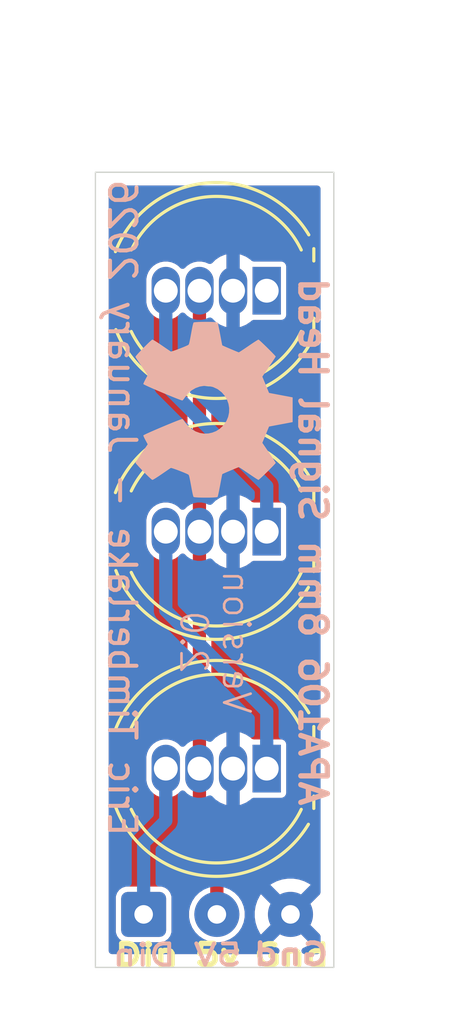
<source format=kicad_pcb>
(kicad_pcb (version 20241229) (generator "pcbnew") (generator_version "9.0")
  (layers (0 "F.Cu" signal) (2 "B.Cu" signal) (13 "F.Paste" user) (15 "B.Paste" user) (5 "F.SilkS" user "F.Silkscreen") (7 "B.SilkS" user "B.Silkscreen") (1 "F.Mask" user) (3 "B.Mask" user) (25 "Edge.Cuts" user))
  (net 0 "")
  (net 1 "+5V")
  (net 2 "GND")
  (net 3 "Net-(D1-DIN)")
  (net 4 "Net-(D1-DOUT)")
  (net 5 "Net-(D2-DOUT)")
  (footprint "Seeed Studio XIAO Series Library:LED_D89.0mm-4_RGB" (layer "F.Cu") (at 153.344612 94.560242 180)
    (property "Reference" "D2" (hide yes))
    (property "Value" "8mm APA106" (hide yes))
    (fp_line (start -1.778 1.1225) (end -1.778 1.5875) (stroke (width 0.12)) (layer "F.SilkS"))
    (fp_line (start -1.778 -1.5025) (end -1.778 -1.0375) (stroke (width 0.12)) (layer "F.SilkS"))
    (fp_arc (start 5.710644 1.474138) (mid 2.258381 4.065849) (end -1.589252 2.108604) (stroke (width 0.12)) (layer "F.SilkS"))
    (fp_arc (start 5.114107 1.537171) (mid 1.905 3.558267) (end -1.304107 1.537171) (stroke (width 0.12)) (layer "F.SilkS"))
    (fp_arc (start -1.304107 -1.537171) (mid 1.905 -3.558267) (end 5.114107 -1.537171) (stroke (width 0.12)) (layer "F.SilkS"))
    (fp_arc (start -1.574546 -2.099727) (mid 2.256892 -4.048736) (end 5.694626 -1.467934) (stroke (width 0.12)) (layer "F.SilkS"))
    (pad "1" thru_hole rect (at 0 0 180) (size 1.07 1.8) (drill 0.9) (layers "*.Cu" "*.Mask") (net 5 "Net-(D2-DOUT)"))
    (pad "2" thru_hole oval (at 1.27 0 180) (size 1.07 1.8) (drill 0.9) (layers "*.Cu" "*.Mask") (net 2 "GND"))
    (pad "3" thru_hole oval (at 2.54 0 180) (size 1.07 1.8) (drill 0.9) (layers "*.Cu" "*.Mask") (net 1 "+5V"))
    (pad "4" thru_hole oval (at 3.81 0 180) (size 1.07 1.8) (drill 0.9) (layers "*.Cu" "*.Mask") (net 4 "Net-(D1-DOUT)"))
  )
  (footprint "Connector_Wire:SolderWire-0.127sqmm_1x03_P3.7mm_D0.48mm_OD1mm" (layer "F.Cu") (at 147.762727 109)
    (property "Reference" "J1" (hide yes))
    (property "Value" "Conn_01x03_Pin" (hide yes))
    (pad "1" thru_hole roundrect (at 0.936 0) (size 1.7 1.7) (drill 0.7) (layers "*.Cu" "*.Mask") (roundrect_rratio 0.147059) (net 3 "Net-(D1-DIN)"))
    (pad "2" thru_hole circle (at 3.7 0) (size 1.7 1.7) (drill 0.7) (layers "*.Cu" "*.Mask") (net 1 "+5V"))
    (pad "3" thru_hole circle (at 6.479069 0) (size 1.7 1.7) (drill 0.7) (layers "*.Cu" "*.Mask") (net 2 "GND"))
  )
  (footprint "Seeed Studio XIAO Series Library:LED_D89.0mm-4_RGB" (layer "F.Cu") (at 153.344612 85.47 180)
    (property "Reference" "D3" (hide yes))
    (property "Value" "8mm APA106" (hide yes))
    (fp_line (start -1.778 1.1225) (end -1.778 1.5875) (stroke (width 0.12)) (layer "F.SilkS"))
    (fp_line (start -1.778 -1.5025) (end -1.778 -1.0375) (stroke (width 0.12)) (layer "F.SilkS"))
    (fp_arc (start 5.710644 1.474138) (mid 2.258381 4.065849) (end -1.589252 2.108604) (stroke (width 0.12)) (layer "F.SilkS"))
    (fp_arc (start 5.114107 1.537171) (mid 1.905 3.558267) (end -1.304107 1.537171) (stroke (width 0.12)) (layer "F.SilkS"))
    (fp_arc (start -1.304107 -1.537171) (mid 1.905 -3.558267) (end 5.114107 -1.537171) (stroke (width 0.12)) (layer "F.SilkS"))
    (fp_arc (start -1.574546 -2.099727) (mid 2.256892 -4.048736) (end 5.694626 -1.467934) (stroke (width 0.12)) (layer "F.SilkS"))
    (pad "1" thru_hole rect (at 0 0 180) (size 1.07 1.8) (drill 0.9) (layers "*.Cu" "*.Mask"))
    (pad "2" thru_hole oval (at 1.27 0 180) (size 1.07 1.8) (drill 0.9) (layers "*.Cu" "*.Mask") (net 2 "GND"))
    (pad "3" thru_hole oval (at 2.54 0 180) (size 1.07 1.8) (drill 0.9) (layers "*.Cu" "*.Mask") (net 1 "+5V"))
    (pad "4" thru_hole oval (at 3.81 0 180) (size 1.07 1.8) (drill 0.9) (layers "*.Cu" "*.Mask") (net 5 "Net-(D2-DOUT)"))
  )
  (footprint "Seeed Studio XIAO Series Library:LED_D89.0mm-4_RGB" (layer "F.Cu") (at 153.344612 103.5 180)
    (property "Reference" "D1" (hide yes))
    (property "Value" "8mm APA106" (hide yes))
    (fp_line (start -1.778 1.1225) (end -1.778 1.5875) (stroke (width 0.12)) (layer "F.SilkS"))
    (fp_line (start -1.778 -1.5025) (end -1.778 -1.0375) (stroke (width 0.12)) (layer "F.SilkS"))
    (fp_arc (start 5.710644 1.474138) (mid 2.258381 4.065849) (end -1.589252 2.108604) (stroke (width 0.12)) (layer "F.SilkS"))
    (fp_arc (start 5.114107 1.537171) (mid 1.905 3.558267) (end -1.304107 1.537171) (stroke (width 0.12)) (layer "F.SilkS"))
    (fp_arc (start -1.304107 -1.537171) (mid 1.905 -3.558267) (end 5.114107 -1.537171) (stroke (width 0.12)) (layer "F.SilkS"))
    (fp_arc (start -1.574546 -2.099727) (mid 2.256892 -4.048736) (end 5.694626 -1.467934) (stroke (width 0.12)) (layer "F.SilkS"))
    (pad "1" thru_hole rect (at 0 0 180) (size 1.07 1.8) (drill 0.9) (layers "*.Cu" "*.Mask") (net 4 "Net-(D1-DOUT)"))
    (pad "2" thru_hole oval (at 1.27 0 180) (size 1.07 1.8) (drill 0.9) (layers "*.Cu" "*.Mask") (net 2 "GND"))
    (pad "3" thru_hole oval (at 2.54 0 180) (size 1.07 1.8) (drill 0.9) (layers "*.Cu" "*.Mask") (net 1 "+5V"))
    (pad "4" thru_hole oval (at 3.81 0 180) (size 1.07 1.8) (drill 0.9) (layers "*.Cu" "*.Mask") (net 3 "Net-(D1-DIN)"))
  )
  (footprint "Symbol:OSHW-Symbol_6.7x6mm_SilkScreen" (layer "B.Cu") (at 151.342816 89.969534 90)
    (property "Reference" "REF**" (hide yes))
    (property "Value" "OSHW-Symbol_6.7x6mm_SilkScreen" (hide yes))
    (fp_poly (pts (xy 0.555814 2.531069) (xy 0.639635 2.086445) (xy 0.94892 1.958947) (xy 1.258206 1.831449) (xy 1.629246 2.083754) (xy 1.733157 2.154004) (xy 1.827087 2.216728) (xy 1.906652 2.269062) (xy 1.96747 2.308143) (xy 2.005157 2.331107) (xy 2.015421 2.336058) (xy 2.03391 2.323324) (xy 2.07342 2.288118) (xy 2.129522 2.234938) (xy 2.197787 2.168282) (xy 2.273786 2.092646) (xy 2.353092 2.012528) (xy 2.431275 1.932426) (xy 2.503907 1.856836) (xy 2.566559 1.790255) (xy 2.614803 1.737182) (xy 2.64421 1.702113) (xy 2.651241 1.690377) (xy 2.641123 1.66874) (xy 2.612759 1.621338) (xy 2.569129 1.552807) (xy 2.513218 1.467785) (xy 2.448006 1.370907) (xy 2.410219 1.31565) (xy 2.341343 1.214752) (xy 2.28014 1.123701) (xy 2.229578 1.04703) (xy 2.192628 0.989272) (xy 2.172258 0.954957) (xy 2.169197 0.947746) (xy 2.176136 0.927252) (xy 2.195051 0.879487) (xy 2.223087 0.811168) (xy 2.257391 0.729011) (xy 2.295109 0.63973) (xy 2.333387 0.550042) (xy 2.36937 0.466662) (xy 2.400206 0.396306) (xy 2.423039 0.34569) (xy 2.435017 0.321529) (xy 2.435724 0.320578) (xy 2.454531 0.315964) (xy 2.504618 0.305672) (xy 2.580793 0.290713) (xy 2.677865 0.272099) (xy 2.790643 0.250841) (xy 2.856442 0.238582) (xy 2.97695 0.215638) (xy 3.085797 0.193805) (xy 3.177476 0.174278) (xy 3.246481 0.158252) (xy 3.287304 0.146921) (xy 3.295511 0.143326) (xy 3.303548 0.118994) (xy 3.310033 0.064041) (xy 3.31497 -0.015108) (xy 3.318364 -0.112026) (xy 3.320218 -0.220287) (xy 3.320538 -0.333465) (xy 3.319327 -0.445135) (xy 3.31659 -0.548868) (xy 3.312331 -0.638241) (xy 3.306555 -0.706826) (xy 3.299267 -0.748197) (xy 3.294895 -0.75681) (xy 3.268764 -0.767133) (xy 3.213393 -0.781892) (xy 3.136107 -0.799352) (xy 3.04423 -0.81778) (xy 3.012158 -0.823741) (xy 2.857524 -0.852066) (xy 2.735375 -0.874876) (xy 2.641673 -0.89308) (xy 2.572384 -0.907583) (xy 2.523471 -0.919292) (xy 2.490897 -0.929115) (xy 2.470628 -0.937956) (xy 2.458626 -0.946724) (xy 2.456947 -0.948457) (xy 2.440184 -0.976371) (xy 2.414614 -1.030695) (xy 2.382788 -1.104777) (xy 2.34726 -1.191965) (xy 2.310583 -1.285608) (xy 2.275311 -1.379052) (xy 2.243996 -1.465647) (xy 2.219193 -1.53874) (xy 2.203454 -1.591678) (xy 2.199332 -1.617811) (xy 2.199676 -1.618726) (xy 2.213641 -1.640086) (xy 2.245322 -1.687084) (xy 2.291391 -1.754827) (xy 2.348518 -1.838423) (xy 2.413373 -1.932982) (xy 2.431843 -1.959854) (xy 2.497699 -2.057275) (xy 2.55565 -2.146163) (xy 2.602538 -2.221412) (xy 2.635207 -2.27792) (xy 2.6505 -2.310581) (xy 2.651241 -2.314593) (xy 2.638392 -2.335684) (xy 2.602888 -2.377464) (xy 2.549293 -2.435445) (xy 2.482171 -2.505135) (xy 2.406087 -2.582045) (xy 2.325604 -2.661683) (xy 2.245287 -2.739561) (xy 2.169699 -2.811186) (xy 2.103405 -2.87207) (xy 2.050969 -2.917721) (xy 2.016955 -2.94365) (xy 2.007545 -2.947883) (xy 1.985643 -2.937912) (xy 1.9408 -2.91102) (xy 1.880321 -2.871736) (xy 1.833789 -2.840117) (xy 1.749475 -2.782098) (xy 1.649626 -2.713784) (xy 1.549473 -2.645579) (xy 1.495627 -2.609075) (xy 1.313371 -2.4858) (xy 1.160381 -2.56852) (xy 1.090682 -2.604759) (xy 1.031414 -2.632926) (xy 0.991311 -2.648991) (xy 0.981103 -2.651226) (xy 0.968829 -2.634722) (xy 0.944613 -2.588082) (xy 0.910263 -2.515609) (xy 0.867588 -2.421606) (xy 0.818394 -2.310374) (xy 0.76449 -2.186215) (xy 0.707684 -2.053432) (xy 0.649782 -1.916327) (xy 0.592593 -1.779202) (xy 0.537924 -1.646358) (xy 0.487584 -1.522098) (xy 0.44338 -1.410725) (xy 0.407119 -1.316539) (xy 0.380609 -1.243844) (xy 0.365658 -1.196941) (xy 0.363254 -1.180833) (xy 0.382311 -1.160286) (xy 0.424036 -1.126933) (xy 0.479706 -1.087702) (xy 0.484378 -1.084599) (xy 0.628264 -0.969423) (xy 0.744283 -0.835053) (xy 0.83143 -0.685784) (xy 0.888699 -0.525913) (xy 0.915086 -0.359737) (xy 0.909585 -0.191552) (xy 0.87119 -0.025655) (xy 0.798895 0.133658) (xy 0.777626 0.168513) (xy 0.666996 0.309263) (xy 0.536302 0.422286) (xy 0.390064 0.506997) (xy 0.232808 0.562806) (xy 0.069057 0.589126) (xy -0.096667 0.58537) (xy -0.259838 0.55095) (xy -0.415935 0.485277) (xy -0.560433 0.387765) (xy -0.605131 0.348187) (xy -0.718888 0.224297) (xy -0.801782 0.093876) (xy -0.858644 -0.052315) (xy -0.890313 -0.197088) (xy -0.898131 -0.35986) (xy -0.872062 -0.52344) (xy -0.814755 -0.682298) (xy -0.728856 -0.830906) (xy -0.617014 -0.963735) (xy -0.481877 -1.075256) (xy -0.464117 -1.087011) (xy -0.40785 -1.125508) (xy -0.365077 -1.158863) (xy -0.344628 -1.18016) (xy -0.344331 -1.180833) (xy -0.348721 -1.203871) (xy -0.366124 -1.256157) (xy -0.394732 -1.33339) (xy -0.432735 -1.431268) (xy -0.478326 -1.545491) (xy -0.529697 -1.671758) (xy -0.585038 -1.805767) (xy -0.642542 -1.943218) (xy -0.700399 -2.079808) (xy -0.756802 -2.211237) (xy -0.809942 -2.333205) (xy -0.85801 -2.441409) (xy -0.899199 -2.531549) (xy -0.931699 -2.599323) (xy -0.953703 -2.64043) (xy -0.962564 -2.651226) (xy -0.98964 -2.642819) (xy -1.040303 -2.620272) (xy -1.105817 -2.587613) (xy -1.141841 -2.56852) (xy -1.294832 -2.4858) (xy -1.477088 -2.609075) (xy -1.570125 -2.672228) (xy -1.671985 -2.741727) (xy -1.767438 -2.807165) (xy -1.81525 -2.840117) (xy -1.882495 -2.885273) (xy -1.939436 -2.921057) (xy -1.978646 -2.942938) (xy -1.991381 -2.947563) (xy -2.009917 -2.935085) (xy -2.050941 -2.900252) (xy -2.110475 -2.846678) (xy -2.184542 -2.777983) (xy -2.269165 -2.697781) (xy -2.322685 -2.646286) (xy -2.416319 -2.554286) (xy -2.497241 -2.471999) (xy -2.562177 -2.402945) (xy -2.607858 -2.350644) (xy -2.631011 -2.318616) (xy -2.633232 -2.312116) (xy -2.622924 -2.287394) (xy -2.594439 -2.237405) (xy -2.550937 -2.167212) (xy -2.495577 -2.081875) (xy -2.43152 -1.986456) (xy -2.413303 -1.959854) (xy -2.346927 -1.863167) (xy -2.287378 -1.776117) (xy -2.237984 -1.703595) (xy -2.202075 -1.650493) (xy -2.182981 -1.621703) (xy -2.181136 -1.618726) (xy -2.183895 -1.595782) (xy -2.198538 -1.545336) (xy -2.222513 -1.474041) (xy -2.253266 -1.388547) (xy -2.288244 -1.295507) (xy -2.324893 -1.201574) (xy -2.360661 -1.113399) (xy -2.392994 -1.037634) (xy -2.419338 -0.980931) (xy -2.437142 -0.949943) (xy -2.438407 -0.948457) (xy -2.449294 -0.939601) (xy -2.467682 -0.930843) (xy -2.497606 -0.921277) (xy -2.543103 -0.909996) (xy -2.608209 -0.896093) (xy -2.696961 -0.878663) (xy -2.813393 -0.856798) (xy -2.961542 -0.829591) (xy -2.993618 -0.823741) (xy -3.088686 -0.805374) (xy -3.171565 -0.787405) (xy -3.23493 -0.771569) (xy -3.271458 -0.7596) (xy -3.276356 -0.75681) (xy -3.284427 -0.732072) (xy -3.290987 -0.67679) (xy -3.296033 -0.597389) (xy -3.299559 -0.500296) (xy -3.301561 -0.391938) (xy -3.302036 -0.27874) (xy -3.300977 -0.167128) (xy -3.298382 -0.063529) (xy -3.294246 0.025632) (xy -3.288563 0.093928) (xy -3.281331 0.134934) (xy -3.276971 0.143326) (xy -3.252698 0.151792) (xy -3.197426 0.165565) (xy -3.116662 0.18345) (xy -3.015912 0.204252) (xy -2.900683 0.226777) (xy -2.837902 0.238582) (xy -2.718787 0.260849) (xy -2.612565 0.281021) (xy -2.524427 0.298085) (xy -2.459566 0.311031) (xy -2.423174 0.318845) (xy -2.417184 0.320578) (xy -2.407061 0.34011) (xy -2.385662 0.387157) (xy -2.355839 0.454997) (xy -2.320445 0.536909) (xy -2.282332 0.626172) (xy -2.244353 0.716065) (xy -2.20936 0.799865) (xy -2.180206 0.870853) (xy -2.159743 0.922306) (xy -2.150823 0.947503) (xy -2.150657 0.948604) (xy -2.160769 0.968481) (xy -2.189117 1.014223) (xy -2.232723 1.081283) (xy -2.288606 1.165116) (xy -2.353787 1.261174) (xy -2.391679 1.31635) (xy -2.460725 1.417519) (xy -2.52205 1.50937) (xy -2.572663 1.587256) (xy -2.609571 1.646531) (xy -2.629782 1.682549) (xy -2.632701 1.690623) (xy -2.620153 1.709416) (xy -2.585463 1.749543) (xy -2.533063 1.806507) (xy -2.467384 1.875815) (xy -2.392856 1.952969) (xy -2.313913 2.033475) (xy -2.234983 2.112837) (xy -2.1605 2.18656) (xy -2.094894 2.250148) (xy -2.042596 2.299106) (xy -2.008039 2.328939) (xy -1.996478 2.336058) (xy -1.977654 2.326047) (xy -1.932631 2.297922) (xy -1.865787 2.254546) (xy -1.781499 2.198782) (xy -1.684144 2.133494) (xy -1.610707 2.083754) (xy -1.239667 1.831449) (xy -0.621095 2.086445) (xy -0.537275 2.531069) (xy -0.453454 2.975693) (xy 0.471994 2.975693) (xy 0.555814 2.531069)) (stroke (width 0.01)) (fill yes) (layer "B.SilkS"))
  )
  (gr_rect (start 146.87829 81) (end 155.87829 111) (stroke (width 0.05)) (fill no) (layer "Edge.Cuts"))
  (gr_text "Din" (at 147.5 111 0) (layer "F.SilkS") (effects (font (size 0.8 1) (thickness 0.2) (bold yes)) (justify left bottom)))
  (gr_text "5v" (at 150.5 111 0) (layer "F.SilkS") (effects (font (size 0.8 1) (thickness 0.2) (bold yes)) (justify left bottom)))
  (gr_text "Gnd" (at 152.754342 111.01234 0) (layer "F.SilkS") (effects (font (size 0.8 1) (thickness 0.2) (bold yes)) (justify left bottom)))
  (gr_text "Version \n  2.0" (at 150 101.5 270) (layer "B.SilkS") (effects (font (size 1 1) (thickness 0.1)) (justify left bottom mirror)))
  (gr_text "Eric Timberlake - January 2026" (at 147.298857 106.145371 270) (layer "B.SilkS") (effects (font (size 1 1)) (justify left bottom mirror)))
  (gr_text "APA106 8mm Signal Head" (at 154.5 105 270) (layer "B.SilkS") (effects (font (size 1 1) (thickness 0.2) (bold yes)) (justify left bottom mirror)))
  (gr_text "5V" (at 152.5 111 0) (layer "B.SilkS") (effects (font (size 0.8 1)) (justify left bottom mirror)))
  (gr_text "Gnd" (at 155.785678 110.972454 0) (layer "B.SilkS") (effects (font (size 0.8 1) (thickness 0.18) (bold yes)) (justify left bottom mirror)))
  (gr_text "Din" (at 150 111 0) (layer "B.SilkS") (effects (font (size 0.8 1)) (justify left bottom mirror)))
  (segment (start 151.462727 106.462727) (end 150.804612 105.804612) (width 0.5) (layer "F.Cu") (net 1))
  (segment (start 150.804612 105.804612) (end 150.804612 103.5) (width 0.5) (layer "F.Cu") (net 1))
  (segment (start 151.462727 108.556244) (end 151.462727 106.462727) (width 0.5) (layer "F.Cu") (net 1))
  (segment (start 150.804612 103.5) (end 150.804612 94.560242) (width 0.5) (layer "F.Cu") (net 1))
  (segment (start 150.804612 94.560242) (end 150.804612 85.47) (width 0.5) (layer "F.Cu") (net 1))
  (segment (start 152.23 103.23) (end 152.164246 103.164246) (width 0.5) (layer "F.Cu") (net 2))
  (segment (start 152.23 103.5) (end 152.23 103.23) (width 0.5) (layer "F.Cu") (net 2))
  (segment (start 148.698727 106.301273) (end 149.534612 105.465388) (width 0.5) (layer "B.Cu") (net 3))
  (segment (start 148.698727 108.556244) (end 148.698727 106.301273) (width 0.5) (layer "B.Cu") (net 3))
  (segment (start 149.534612 105.465388) (end 149.534612 103.5) (width 0.5) (layer "B.Cu") (net 3))
  (segment (start 153.344612 103.5) (end 153.344612 101.344612) (width 0.5) (layer "B.Cu") (net 4))
  (segment (start 149.534612 97.534612) (end 149.534612 94.560242) (width 0.5) (layer "B.Cu") (net 4))
  (segment (start 153.344612 101.344612) (end 149.534612 97.534612) (width 0.5) (layer "B.Cu") (net 4))
  (segment (start 153.344612 92.844612) (end 149.534612 89.034612) (width 0.5) (layer "B.Cu") (net 5))
  (segment (start 153.344612 94.560242) (end 153.344612 92.844612) (width 0.5) (layer "B.Cu") (net 5))
  (segment (start 149.534612 89.034612) (end 149.534612 85.47) (width 0.5) (layer "B.Cu") (net 5))
  (zone (net 2) (net_name "GND") (layer "F.Cu") (name "ground") (connect_pads (clearance 0)) (min_thickness 0.25) (fill yes (thermal_gap 0.5) (thermal_bridge_width 0.5))
    (polygon (pts (xy 146 80) (xy 146 111.5) (xy 157 111.5) (xy 157 80)))
  )
  (zone (net 2) (net_name "GND") (layer "B.Cu") (name "ground") (priority 1) (connect_pads (clearance 0)) (min_thickness 0.25) (fill yes (thermal_gap 0.5) (thermal_bridge_width 0.5))
    (polygon (pts (xy 143.275947 80.300654) (xy 143.275947 112.128888) (xy 158.730849 112.128888) (xy 158.730849 80.300654)))
  )
)
</source>
